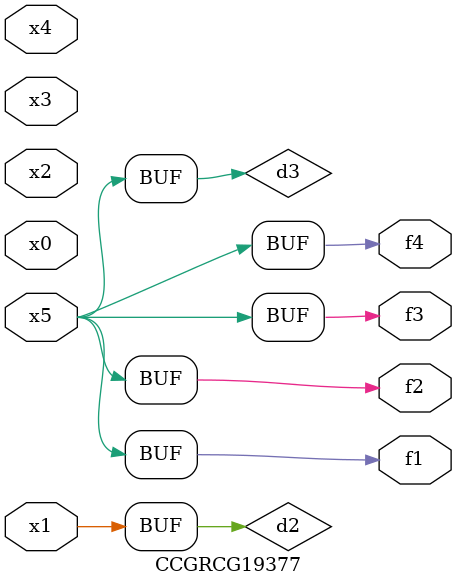
<source format=v>
module CCGRCG19377(
	input x0, x1, x2, x3, x4, x5,
	output f1, f2, f3, f4
);

	wire d1, d2, d3;

	not (d1, x5);
	or (d2, x1);
	xnor (d3, d1);
	assign f1 = d3;
	assign f2 = d3;
	assign f3 = d3;
	assign f4 = d3;
endmodule

</source>
